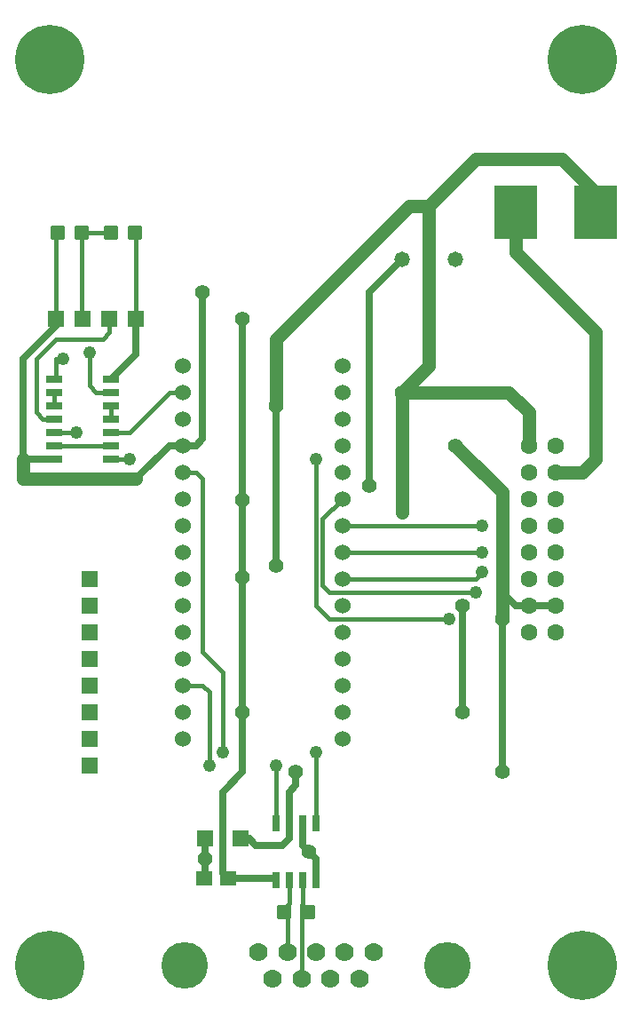
<source format=gbr>
G04 Easy-PC Gerber Version 25.0 Build 5877*
G04 #@! TF.Part,Single*
G04 #@! TF.FileFunction,Copper,L1,Top*
G04 #@! TF.FilePolarity,Positive*
%FSLAX35Y35*%
%MOIN*%
G04 #@! TA.AperFunction,SMDPad,CuDef*
%AMT120*0 Rounded Rectangle Pad at angle 0*4,1,40,-0.01750,-0.02800,0.01750,-0.02800,0.01924,-0.02785,0.02092,-0.02739,0.02250,-0.02666,0.02393,-0.02566,0.02516,-0.02443,0.02616,-0.02300,0.02690,-0.02142,0.02735,-0.01973,0.02750,-0.01800,0.02750,0.01800,0.02735,0.01974,0.02689,0.02142,0.02616,0.02300,0.02516,0.02443,0.02393,0.02566,0.02250,0.02666,0.02092,0.02740,0.01923,0.02785,0.01750,0.02800,-0.01750,0.02800,-0.01924,0.02785,-0.02092,0.02739,-0.02250,0.02666,-0.02393,0.02566,-0.02516,0.02443,-0.02616,0.02300,-0.02690,0.02142,-0.02735,0.01973,-0.02750,0.01800,-0.02750,-0.01800,-0.02735,-0.01974,-0.02689,-0.02142,-0.02616,-0.02300,-0.02516,-0.02443,-0.02393,-0.02566,-0.02250,-0.02666,-0.02092,-0.02740,-0.01923,-0.02785,-0.01750,-0.02800,0*%
%ADD120T120*%
%ADD121R,0.02559X0.06004*%
G04 #@! TA.AperFunction,WasherPad*
%ADD118R,0.16000X0.20000*%
G04 #@! TA.AperFunction,ComponentPad*
%ADD124R,0.06000X0.06000*%
G04 #@! TA.AperFunction,SMDPad,CuDef*
%ADD106R,0.06300X0.06300*%
G04 #@! TD.AperFunction*
%ADD23C,0.01500*%
%ADD25C,0.02500*%
G04 #@! TA.AperFunction,ViaPad*
%ADD24C,0.04800*%
G04 #@! TD.AperFunction*
%ADD26C,0.05000*%
G04 #@! TA.AperFunction,ViaPad*
%ADD27C,0.05600*%
G04 #@! TA.AperFunction,ComponentPad*
%ADD122C,0.05819*%
G04 #@! TD.AperFunction*
%ADD113C,0.06000*%
G04 #@! TA.AperFunction,ComponentPad*
%ADD76C,0.06319*%
%ADD125C,0.07000*%
G04 #@! TA.AperFunction,SMDPad,CuDef*
%ADD123R,0.06016X0.02756*%
%ADD119R,0.06000X0.05500*%
G04 #@! TA.AperFunction,ComponentPad*
%ADD126C,0.17500*%
G04 #@! TA.AperFunction,WasherPad*
%ADD102C,0.26000*%
G04 #@! TD.AperFunction*
X0Y0D02*
D02*
D23*
X27077Y250250D02*
X48423D01*
X27077Y255250D02*
X35250D01*
X27077Y260250D02*
X22750D01*
X20250Y262750D01*
Y282750D01*
X27750Y290250D01*
X45250D01*
X47750Y292750D01*
Y297750D01*
X27077Y270250D02*
Y265250D01*
Y275250D02*
X27750D01*
Y282750D01*
X30250D01*
X27750Y297750D02*
Y329650D01*
X28350Y330250D01*
X37150D02*
Y298350D01*
X37750Y297750D01*
X40250Y285250D02*
Y272750D01*
X42750Y270250D01*
X48423D01*
X48350Y330250D02*
X37150D01*
X48423Y255250D02*
X55250D01*
X70250Y270250D01*
X75250D01*
X48423Y265250D02*
Y260250D01*
X55250Y245250D02*
X48423D01*
X57750Y297750D02*
Y329650D01*
X57150Y330250D01*
X75250Y160250D02*
X82750D01*
X85250Y157750D01*
Y130250D01*
X75250Y240250D02*
X80250D01*
X82750Y237750D01*
Y172750D01*
X90250Y165250D01*
Y135250D01*
X110250Y130250D02*
Y108427D01*
X114450Y60250D02*
Y77750D01*
X115250Y78550D01*
Y87073D01*
X119850Y50250D02*
Y77750D01*
X120250Y78150D01*
Y87073D01*
X125250Y135250D02*
Y108427D01*
Y245250D02*
Y190250D01*
X130250Y185250D01*
X175250D01*
X135250Y200250D02*
X185250D01*
X187750Y202750D01*
X135250Y210250D02*
X187750D01*
X185250Y195250D02*
X130250D01*
X127750Y197750D01*
Y222750D01*
X135250Y230250D01*
X187750Y220250D02*
X135250D01*
D02*
D24*
X30250Y282750D03*
X35250Y255250D03*
X40250Y285250D03*
X55250Y245250D03*
X85250Y130250D03*
X90250Y135250D03*
X110250Y130250D03*
X125250Y135250D03*
Y245250D03*
X157750Y225250D03*
X175250Y185250D03*
X185250Y195250D03*
X187750Y202750D03*
Y210250D03*
Y220250D03*
D02*
D25*
X15250Y245250D02*
X27077D01*
X27750Y297750D02*
Y295250D01*
X15250Y282750D01*
Y245250D01*
X57750Y237750D02*
X70250Y250250D01*
X75250D01*
X57750Y297750D02*
Y284577D01*
X48423Y275250D01*
X82750Y307750D02*
Y252750D01*
X80250Y250250D01*
X75250D01*
X83550Y95250D02*
Y88050D01*
X83250Y87750D01*
X83550Y102750D02*
Y95250D01*
X92250Y87750D02*
X90250Y89750D01*
Y120250D01*
X97750Y127750D01*
Y150250D01*
X92250Y87750D02*
X109573D01*
X110250Y87073D01*
X96950Y102750D02*
X100250D01*
X102750Y100250D01*
X112750D01*
X115250Y102750D01*
Y108427D01*
X97750Y200850D02*
Y150250D01*
Y200850D02*
Y229650D01*
Y297750D01*
X110171Y205250D02*
Y265171D01*
X110211Y265211D01*
X115250Y108427D02*
Y120250D01*
X117750Y122750D01*
Y127750D01*
X120250Y108427D02*
Y100250D01*
X122750Y97750D01*
X125250Y95250D01*
Y87073D01*
X145250Y235250D02*
Y307750D01*
X157750Y320250D01*
X180250Y190250D02*
Y150250D01*
X195250Y185250D02*
Y127750D01*
Y195250D02*
X200250Y190250D01*
X215250D01*
D02*
D26*
X15250Y245250D02*
Y237750D01*
X57750D01*
X157750Y225250D02*
Y270250D01*
X167750Y340250D02*
X160250D01*
X110250Y290250D01*
Y265250D01*
X110211Y265211D01*
X167750Y340250D02*
Y280250D01*
X157750Y270250D01*
X195250Y185250D02*
Y195250D01*
Y232750D01*
X177750Y250250D01*
X200250Y337750D02*
Y322750D01*
X205250Y250250D02*
Y262750D01*
X197750Y270250D01*
X157750D01*
X215250Y240250D02*
X225250D01*
X230250Y245250D01*
Y292750D01*
X200250Y322750D01*
X230250Y337750D02*
Y345250D01*
X217750Y357750D01*
X185250D01*
X167750Y340250D01*
D02*
D27*
X82750Y307750D03*
X83550Y95250D03*
X97750Y150250D03*
Y200850D03*
Y229650D03*
Y297750D03*
X110171Y205250D03*
X110211Y265211D03*
X117750Y127750D03*
X122750Y97750D03*
X145250Y235250D03*
X157750Y270250D03*
X177750Y250250D03*
X180250Y150250D03*
Y190250D03*
X195250Y127750D03*
Y185250D03*
D02*
D76*
X205250Y180250D03*
Y190250D03*
Y200250D03*
Y210250D03*
Y220250D03*
Y230250D03*
Y240250D03*
Y250250D03*
X215250Y180250D03*
Y190250D03*
Y200250D03*
Y210250D03*
Y220250D03*
Y230250D03*
Y240250D03*
Y250250D03*
D02*
D102*
X25250Y55250D03*
Y395250D03*
X225250Y55250D03*
Y395250D03*
D02*
D106*
X83550Y102750D03*
X96950D03*
D02*
D113*
X75250Y140250D03*
Y150250D03*
Y160250D03*
Y170250D03*
Y180250D03*
Y190250D03*
Y200250D03*
Y210250D03*
Y220250D03*
Y230250D03*
Y240250D03*
Y250250D03*
Y260250D03*
Y270250D03*
Y280250D03*
X135250Y140250D03*
Y150250D03*
Y160250D03*
Y170250D03*
Y180250D03*
Y190250D03*
Y200250D03*
Y210250D03*
Y220250D03*
Y230250D03*
Y240250D03*
Y250250D03*
Y260250D03*
Y270250D03*
Y280250D03*
D02*
D118*
X200250Y337750D03*
X230250D03*
D02*
D119*
X83250Y87750D03*
X92250D03*
D02*
D120*
X28350Y330250D03*
X37150D03*
X48350D03*
X57150D03*
X113350Y75250D03*
X122150D03*
D02*
D121*
X110250Y87073D03*
Y108427D03*
X115250Y87073D03*
Y108427D03*
X120250Y87073D03*
Y108427D03*
X125250Y87073D03*
Y108427D03*
D02*
D122*
X157750Y320250D03*
X177750D03*
D02*
D123*
X27077Y245250D03*
Y250250D03*
Y255250D03*
Y260250D03*
Y265250D03*
Y270250D03*
Y275250D03*
X48423Y245250D03*
Y250250D03*
Y255250D03*
Y260250D03*
Y265250D03*
Y270250D03*
Y275250D03*
D02*
D124*
X27750Y297750D03*
X37750D03*
X40250Y130250D03*
Y140250D03*
Y150250D03*
Y160250D03*
Y170250D03*
Y180250D03*
Y190250D03*
Y200250D03*
X47750Y297750D03*
X57750D03*
D02*
D125*
X103650Y60250D03*
X109050Y50250D03*
X114450Y60250D03*
X119850Y50250D03*
X125250Y60250D03*
X130650Y50250D03*
X136050Y60250D03*
X141450Y50250D03*
X146850Y60250D03*
D02*
D126*
X76050Y55250D03*
X174450D03*
X0Y0D02*
M02*

</source>
